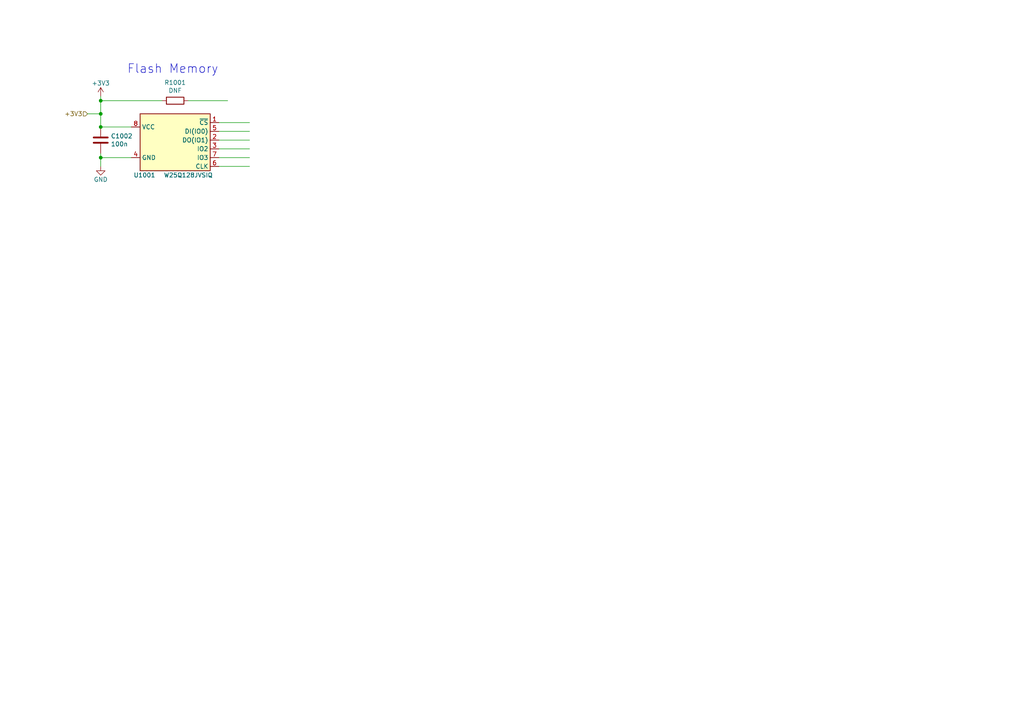
<source format=kicad_sch>
(kicad_sch (version 20231120) (generator "eeschema") (generator_version "7.99")
  (paper "A4")
  (lib_symbols
    (symbol "Device:C" (pin_numbers hide) (pin_names (offset 0.254))
      (property "Reference" "C" (at 0.635 2.54 0))
      (property "Value" "C" (at 0.635 -2.54 0))
      (symbol "C_0_1"
        (polyline (pts (xy -2.032 -0.762) (xy 2.032 -0.762)) (stroke (width 0.508)))
        (polyline (pts (xy -2.032 0.762) (xy 2.032 0.762)) (stroke (width 0.508)))
      )
      (symbol "C_1_1"
        (pin passive line (at 0 3.81 270) (length 2.794) (name "~") (number "1"))
        (pin passive line (at 0 -3.81 90) (length 2.794) (name "~") (number "2"))
      )
    )
    (symbol "Device:R" (pin_numbers hide) (pin_names (offset 0))
      (property "Reference" "R" (at 2.032 0 90))
      (property "Value" "R" (at 0 0 90))
      (symbol "R_0_1"
        (rectangle (start -1.016 -2.54) (end 1.016 2.54) (stroke (width 0.254)))
      )
      (symbol "R_1_1"
        (pin passive line (at 0 3.81 270) (length 1.27) (name "~") (number "1"))
        (pin passive line (at 0 -3.81 90) (length 1.27) (name "~") (number "2"))
      )
    )
    (symbol "RP2040-Decoder_Additional_Symbols:W25Q64JVSSIQ"
      (property "Reference" "U" (at -8.89 -10.16 0))
      (property "Value" "W25Q64JVSSIQ" (at 3.81 -10.16 0))
      (symbol "W25Q64JVSSIQ_0_1"
        (rectangle (start -10.16 7.62) (end 10.16 -8.89) (stroke (width 0.254)) (fill (type background)))
      )
      (symbol "W25Q64JVSSIQ_1_1"
        (pin input line (at 12.7 5.08 180) (length 2.54) (name "~{CS}") (number "1"))
        (pin bidirectional line (at 12.7 0 180) (length 2.54) (name "DO(IO1)") (number "2"))
        (pin bidirectional line (at 12.7 -2.54 180) (length 2.54) (name "IO2") (number "3"))
        (pin power_in line (at -12.7 -5.08 0) (length 2.54) (name "GND") (number "4"))
        (pin bidirectional line (at 12.7 2.54 180) (length 2.54) (name "DI(IO0)") (number "5"))
        (pin input line (at 12.7 -7.62 180) (length 2.54) (name "CLK") (number "6"))
        (pin bidirectional line (at 12.7 -5.08 180) (length 2.54) (name "IO3") (number "7"))
        (pin power_in line (at -12.7 3.81 0) (length 2.54) (name "VCC") (number "8"))
      )
    )
    (symbol "power:+3V3" (power) (pin_names (offset 0))
      (property "Value" "+3V3" (at 0 3.556 0))
      (symbol "+3V3_0_1"
        (polyline (pts (xy -0.762 1.27) (xy 0 2.54)))
        (polyline (pts (xy 0 0) (xy 0 2.54)))
        (polyline (pts (xy 0 2.54) (xy 0.762 1.27)))
      )
      (symbol "+3V3_1_1"
        (pin power_in line (at 0 0 90) (length 0) hide (name "+3V3") (number "1"))
      )
    )
    (symbol "power:GND" (power) (pin_names (offset 0))
      (property "Value" "GND" (at 0 -3.81 0))
      (symbol "GND_0_1"
        (polyline (pts (xy 0 0) (xy 0 -1.27) (xy 1.27 -1.27) (xy 0 -2.54) (xy -1.27 -1.27) (xy 0 -1.27)))
      )
      (symbol "GND_1_1"
        (pin power_in line (at 0 0 270) (length 0) hide (name "GND") (number "1"))
      )
    )
  )
  (junction (at 29.21 36.83))
  (junction (at 29.21 29.21))
  (junction (at 29.21 45.72))
  (junction (at 29.21 33.02))
  (wire (pts (xy 54.61 29.21) (xy 66.04 29.21)))
  (wire (pts (xy 29.21 33.02) (xy 29.21 36.83)))
  (wire (pts (xy 29.21 45.72) (xy 38.1 45.72)))
  (wire (pts (xy 38.1 36.83) (xy 29.21 36.83)))
  (wire (pts (xy 63.5 45.72) (xy 72.39 45.72)))
  (wire (pts (xy 29.21 45.72) (xy 29.21 44.45)))
  (wire (pts (xy 29.21 27.94) (xy 29.21 29.21)))
  (wire (pts (xy 29.21 29.21) (xy 29.21 33.02)))
  (wire (pts (xy 25.4 33.02) (xy 29.21 33.02)))
  (wire (pts (xy 29.21 29.21) (xy 46.99 29.21)))
  (wire (pts (xy 29.21 48.26) (xy 29.21 45.72)))
  (wire (pts (xy 63.5 40.64) (xy 72.39 40.64)))
  (wire (pts (xy 63.5 38.1) (xy 72.39 38.1)))
  (wire (pts (xy 63.5 35.56) (xy 72.39 35.56)))
  (wire (pts (xy 63.5 43.18) (xy 72.39 43.18)))
  (wire (pts (xy 63.5 48.26) (xy 72.39 48.26)))
  (text "Flash Memory" (at 36.83 21.59 0) (effects (font (size 2.54 2.54)) (justify left bottom)))
  (hierarchical_label "+3V3" (shape input) (at 25.4 33.02 180))
  (symbol (lib_id "RP2040-Decoder_Additional_Symbols:W25Q64JVSSIQ") (at 50.8 40.64 0) (unit 1)
    (property "Reference" "U1001" (at 41.91 50.8 0))
    (property "Value" "W25Q128JVSIQ" (at 54.61 50.8 0))
    (property "Footprint" "Package_SO:SOIC-8_5.23x5.23mm_P1.27mm" (effects (hide yes)))
    (property "Datasheet" "https://www.winbond.com/resource-files/w25q64jv%20revj%2003272018%20plus.pdf" (effects (hide yes)))
    (property "LCSC" "C97521" (effects (hide yes)))
  )
  (symbol (lib_id "power:+3V3") (at 29.21 27.94 0) (mirror y) (unit 1)
    (property "Reference" "#PWR01002" (effects (hide yes)))
    (property "Value" "+3V3" (at 29.21 24.13 0))
  )
  (symbol (lib_id "Device:R") (at 50.8 29.21 270) (unit 1) (on_board no)
    (property "Reference" "R1001" (at 50.8 23.9522 90))
    (property "Value" "DNF" (at 50.8 26.2636 90))
    (property "Footprint" "RP2040-Decoder_Additional_Footprints:R_0603_1608Metric" (effects (hide yes)))
  )
  (symbol (lib_id "Device:C") (at 29.21 40.64 0) (unit 1)
    (property "Reference" "C1002" (at 32.131 39.4716 0) (effects (justify left)))
    (property "Value" "100n" (at 32.131 41.783 0) (effects (justify left)))
    (property "Footprint" "RP2040-Decoder_Additional_Footprints:C_0603_1608Metric" (effects (hide yes)))
  )
  (symbol (lib_id "power:GND") (at 29.21 48.26 0) (unit 1)
    (property "Reference" "#PWR01026" (effects (hide yes)))
    (property "Value" "GND" (at 29.21 52.07 0))
  )
)
</source>
